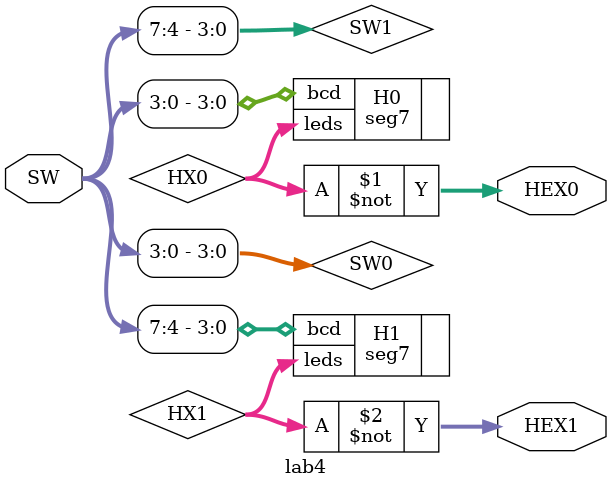
<source format=sv>
module lab4 (
    output logic [6:0] HEX0, HEX1,
    input logic [7:0] SW
);

logic [3:0] SW0, SW1;
logic [6:0] HX0, HX1;

assign SW0 = SW[3:0];
assign SW1 = SW[7:4];
not NHX0 (HEX0, HX0);
not NHX1 (HEX1, HX1);  

seg7 H0 (.bcd(SW0), .leds(HX0));
seg7 H1 (.bcd(SW1), .leds(HX1)); 

endmodule
</source>
